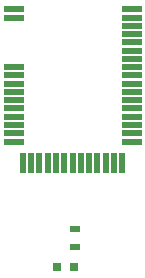
<source format=gbr>
G04 #@! TF.FileFunction,Paste,Top*
%FSLAX46Y46*%
G04 Gerber Fmt 4.6, Leading zero omitted, Abs format (unit mm)*
G04 Created by KiCad (PCBNEW 4.0.2-stable) date 10/8/2016 11:45:13 AM*
%MOMM*%
G01*
G04 APERTURE LIST*
%ADD10C,0.100000*%
%ADD11R,0.797560X0.797560*%
%ADD12R,0.900000X0.500000*%
%ADD13R,1.700000X0.500000*%
%ADD14R,0.500000X1.700000*%
G04 APERTURE END LIST*
D10*
D11*
X33286700Y-41656000D03*
X34785300Y-41656000D03*
D12*
X34798000Y-38505000D03*
X34798000Y-40005000D03*
D13*
X39624000Y-19862000D03*
X39624000Y-20562000D03*
X39624000Y-21262000D03*
X39624000Y-21962000D03*
X39624000Y-22662000D03*
X39624000Y-23362000D03*
X39624000Y-24062000D03*
X39624000Y-24762000D03*
X39624000Y-25462000D03*
X39624000Y-26162000D03*
X39624000Y-26862000D03*
X39624000Y-27562000D03*
X39624000Y-28262000D03*
X39624000Y-28962000D03*
X39624000Y-29662000D03*
X39624000Y-30362000D03*
X39624000Y-31062000D03*
D14*
X38124000Y-32862000D03*
X37424000Y-32862000D03*
X36724000Y-32862000D03*
X36024000Y-32862000D03*
X35324000Y-32862000D03*
X34624000Y-32862000D03*
X33924000Y-32862000D03*
X38824000Y-32862000D03*
X33224000Y-32862000D03*
X32524000Y-32862000D03*
X31824000Y-32862000D03*
X31124000Y-32862000D03*
X30424000Y-32862000D03*
D13*
X29624000Y-19862000D03*
X29624000Y-20562000D03*
X29624000Y-24762000D03*
X29624000Y-25462000D03*
X29624000Y-26162000D03*
X29624000Y-26862000D03*
X29624000Y-27562000D03*
X29624000Y-28262000D03*
X29624000Y-28962000D03*
X29624000Y-29662000D03*
X29624000Y-30362000D03*
X29624000Y-31062000D03*
M02*

</source>
